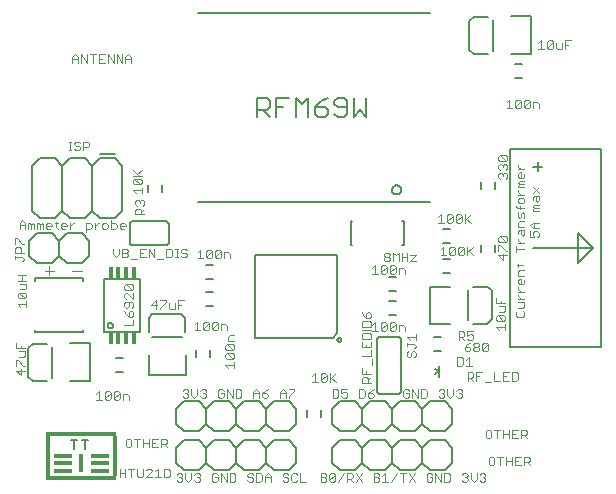
<source format=gto>
G75*
%MOIN*%
%OFA0B0*%
%FSLAX25Y25*%
%IPPOS*%
%LPD*%
%AMOC8*
5,1,8,0,0,1.08239X$1,22.5*
%
%ADD10C,0.00300*%
%ADD11R,0.06250X0.01250*%
%ADD12R,0.01250X0.06250*%
%ADD13C,0.00800*%
%ADD14R,0.23750X0.01250*%
%ADD15R,0.01400X0.13600*%
%ADD16C,0.00400*%
%ADD17C,0.00500*%
%ADD18C,0.00600*%
%ADD19R,0.01181X0.03937*%
D10*
X0037950Y0006450D02*
X0037950Y0009352D01*
X0037950Y0007901D02*
X0039885Y0007901D01*
X0039885Y0009352D02*
X0039885Y0006450D01*
X0041864Y0006450D02*
X0041864Y0009352D01*
X0040897Y0009352D02*
X0042831Y0009352D01*
X0043843Y0009352D02*
X0043843Y0006934D01*
X0044327Y0006450D01*
X0045294Y0006450D01*
X0045778Y0006934D01*
X0045778Y0009352D01*
X0046790Y0008869D02*
X0047273Y0009352D01*
X0048241Y0009352D01*
X0048725Y0008869D01*
X0048725Y0008385D01*
X0046790Y0006450D01*
X0048725Y0006450D01*
X0049736Y0006450D02*
X0051671Y0006450D01*
X0050704Y0006450D02*
X0050704Y0009352D01*
X0049736Y0008385D01*
X0052683Y0009352D02*
X0052683Y0006450D01*
X0054134Y0006450D01*
X0054618Y0006934D01*
X0054618Y0008869D01*
X0054134Y0009352D01*
X0052683Y0009352D01*
X0056950Y0007369D02*
X0057434Y0007852D01*
X0058401Y0007852D01*
X0058885Y0007369D01*
X0058885Y0006885D01*
X0058401Y0006401D01*
X0058885Y0005917D01*
X0058885Y0005434D01*
X0058401Y0004950D01*
X0057434Y0004950D01*
X0056950Y0005434D01*
X0057917Y0006401D02*
X0058401Y0006401D01*
X0059897Y0005917D02*
X0059897Y0007852D01*
X0061831Y0007852D02*
X0061831Y0005917D01*
X0060864Y0004950D01*
X0059897Y0005917D01*
X0062843Y0005434D02*
X0063327Y0004950D01*
X0064294Y0004950D01*
X0064778Y0005434D01*
X0064778Y0005917D01*
X0064294Y0006401D01*
X0063811Y0006401D01*
X0064294Y0006401D02*
X0064778Y0006885D01*
X0064778Y0007369D01*
X0064294Y0007852D01*
X0063327Y0007852D01*
X0062843Y0007369D01*
X0068736Y0007369D02*
X0068736Y0005434D01*
X0069220Y0004950D01*
X0070187Y0004950D01*
X0070671Y0005434D01*
X0070671Y0006401D01*
X0069704Y0006401D01*
X0070671Y0007369D02*
X0070187Y0007852D01*
X0069220Y0007852D01*
X0068736Y0007369D01*
X0071683Y0007852D02*
X0073618Y0004950D01*
X0073618Y0007852D01*
X0074629Y0007852D02*
X0076080Y0007852D01*
X0076564Y0007369D01*
X0076564Y0005434D01*
X0076080Y0004950D01*
X0074629Y0004950D01*
X0074629Y0007852D01*
X0071683Y0007852D02*
X0071683Y0004950D01*
X0080522Y0005434D02*
X0081006Y0004950D01*
X0081973Y0004950D01*
X0082457Y0005434D01*
X0082457Y0005917D01*
X0081973Y0006401D01*
X0081006Y0006401D01*
X0080522Y0006885D01*
X0080522Y0007369D01*
X0081006Y0007852D01*
X0081973Y0007852D01*
X0082457Y0007369D01*
X0083469Y0007852D02*
X0084920Y0007852D01*
X0085404Y0007369D01*
X0085404Y0005434D01*
X0084920Y0004950D01*
X0083469Y0004950D01*
X0083469Y0007852D01*
X0086415Y0006885D02*
X0087383Y0007852D01*
X0088350Y0006885D01*
X0088350Y0004950D01*
X0088350Y0006401D02*
X0086415Y0006401D01*
X0086415Y0006885D02*
X0086415Y0004950D01*
X0092308Y0005434D02*
X0092792Y0004950D01*
X0093759Y0004950D01*
X0094243Y0005434D01*
X0094243Y0005917D01*
X0093759Y0006401D01*
X0092792Y0006401D01*
X0092308Y0006885D01*
X0092308Y0007369D01*
X0092792Y0007852D01*
X0093759Y0007852D01*
X0094243Y0007369D01*
X0095255Y0007369D02*
X0095255Y0005434D01*
X0095738Y0004950D01*
X0096706Y0004950D01*
X0097190Y0005434D01*
X0098201Y0004950D02*
X0100136Y0004950D01*
X0098201Y0004950D02*
X0098201Y0007852D01*
X0097190Y0007369D02*
X0096706Y0007852D01*
X0095738Y0007852D01*
X0095255Y0007369D01*
X0104950Y0007852D02*
X0104950Y0004950D01*
X0106401Y0004950D01*
X0106885Y0005434D01*
X0106885Y0005917D01*
X0106401Y0006401D01*
X0104950Y0006401D01*
X0106401Y0006401D02*
X0106885Y0006885D01*
X0106885Y0007369D01*
X0106401Y0007852D01*
X0104950Y0007852D01*
X0107897Y0007369D02*
X0107897Y0005434D01*
X0109831Y0007369D01*
X0109831Y0005434D01*
X0109348Y0004950D01*
X0108380Y0004950D01*
X0107897Y0005434D01*
X0107897Y0007369D02*
X0108380Y0007852D01*
X0109348Y0007852D01*
X0109831Y0007369D01*
X0110843Y0004950D02*
X0112778Y0007852D01*
X0113790Y0007852D02*
X0115241Y0007852D01*
X0115725Y0007369D01*
X0115725Y0006401D01*
X0115241Y0005917D01*
X0113790Y0005917D01*
X0113790Y0004950D02*
X0113790Y0007852D01*
X0114757Y0005917D02*
X0115725Y0004950D01*
X0116736Y0004950D02*
X0118671Y0007852D01*
X0116736Y0007852D02*
X0118671Y0004950D01*
X0122629Y0004950D02*
X0122629Y0007852D01*
X0124080Y0007852D01*
X0124564Y0007369D01*
X0124564Y0006885D01*
X0124080Y0006401D01*
X0122629Y0006401D01*
X0122629Y0004950D02*
X0124080Y0004950D01*
X0124564Y0005434D01*
X0124564Y0005917D01*
X0124080Y0006401D01*
X0125576Y0006885D02*
X0126543Y0007852D01*
X0126543Y0004950D01*
X0125576Y0004950D02*
X0127511Y0004950D01*
X0128522Y0004950D02*
X0130457Y0007852D01*
X0131469Y0007852D02*
X0133404Y0007852D01*
X0132436Y0007852D02*
X0132436Y0004950D01*
X0134415Y0004950D02*
X0136350Y0007852D01*
X0134415Y0007852D02*
X0136350Y0004950D01*
X0140308Y0005434D02*
X0140308Y0007369D01*
X0140792Y0007852D01*
X0141759Y0007852D01*
X0142243Y0007369D01*
X0142243Y0006401D02*
X0141276Y0006401D01*
X0142243Y0006401D02*
X0142243Y0005434D01*
X0141759Y0004950D01*
X0140792Y0004950D01*
X0140308Y0005434D01*
X0143255Y0004950D02*
X0143255Y0007852D01*
X0145190Y0004950D01*
X0145190Y0007852D01*
X0146201Y0007852D02*
X0147652Y0007852D01*
X0148136Y0007369D01*
X0148136Y0005434D01*
X0147652Y0004950D01*
X0146201Y0004950D01*
X0146201Y0007852D01*
X0152094Y0007369D02*
X0152578Y0007852D01*
X0153546Y0007852D01*
X0154029Y0007369D01*
X0154029Y0006885D01*
X0153546Y0006401D01*
X0154029Y0005917D01*
X0154029Y0005434D01*
X0153546Y0004950D01*
X0152578Y0004950D01*
X0152094Y0005434D01*
X0153062Y0006401D02*
X0153546Y0006401D01*
X0155041Y0005917D02*
X0156008Y0004950D01*
X0156976Y0005917D01*
X0156976Y0007852D01*
X0157987Y0007369D02*
X0158471Y0007852D01*
X0159439Y0007852D01*
X0159922Y0007369D01*
X0159922Y0006885D01*
X0159439Y0006401D01*
X0159922Y0005917D01*
X0159922Y0005434D01*
X0159439Y0004950D01*
X0158471Y0004950D01*
X0157987Y0005434D01*
X0158955Y0006401D02*
X0159439Y0006401D01*
X0155041Y0005917D02*
X0155041Y0007852D01*
X0160950Y0010934D02*
X0160950Y0012869D01*
X0161434Y0013352D01*
X0162401Y0013352D01*
X0162885Y0012869D01*
X0162885Y0010934D01*
X0162401Y0010450D01*
X0161434Y0010450D01*
X0160950Y0010934D01*
X0163897Y0013352D02*
X0165831Y0013352D01*
X0164864Y0013352D02*
X0164864Y0010450D01*
X0166843Y0010450D02*
X0166843Y0013352D01*
X0166843Y0011901D02*
X0168778Y0011901D01*
X0169790Y0011901D02*
X0170757Y0011901D01*
X0169790Y0013352D02*
X0169790Y0010450D01*
X0171725Y0010450D01*
X0172736Y0010450D02*
X0172736Y0013352D01*
X0174187Y0013352D01*
X0174671Y0012869D01*
X0174671Y0011901D01*
X0174187Y0011417D01*
X0172736Y0011417D01*
X0173704Y0011417D02*
X0174671Y0010450D01*
X0171725Y0013352D02*
X0169790Y0013352D01*
X0168778Y0013352D02*
X0168778Y0010450D01*
X0168790Y0019450D02*
X0170725Y0019450D01*
X0171736Y0019450D02*
X0171736Y0022352D01*
X0173187Y0022352D01*
X0173671Y0021869D01*
X0173671Y0020901D01*
X0173187Y0020417D01*
X0171736Y0020417D01*
X0172704Y0020417D02*
X0173671Y0019450D01*
X0170725Y0022352D02*
X0168790Y0022352D01*
X0168790Y0019450D01*
X0167778Y0019450D02*
X0167778Y0022352D01*
X0167778Y0020901D02*
X0165843Y0020901D01*
X0165843Y0019450D02*
X0165843Y0022352D01*
X0164831Y0022352D02*
X0162897Y0022352D01*
X0163864Y0022352D02*
X0163864Y0019450D01*
X0161885Y0019934D02*
X0161885Y0021869D01*
X0161401Y0022352D01*
X0160434Y0022352D01*
X0159950Y0021869D01*
X0159950Y0019934D01*
X0160434Y0019450D01*
X0161401Y0019450D01*
X0161885Y0019934D01*
X0168790Y0020901D02*
X0169757Y0020901D01*
X0152136Y0033434D02*
X0151652Y0032950D01*
X0150685Y0032950D01*
X0150201Y0033434D01*
X0149190Y0033917D02*
X0149190Y0035852D01*
X0150201Y0035369D02*
X0150685Y0035852D01*
X0151652Y0035852D01*
X0152136Y0035369D01*
X0152136Y0034885D01*
X0151652Y0034401D01*
X0152136Y0033917D01*
X0152136Y0033434D01*
X0151652Y0034401D02*
X0151169Y0034401D01*
X0149190Y0033917D02*
X0148222Y0032950D01*
X0147255Y0033917D01*
X0147255Y0035852D01*
X0146243Y0035369D02*
X0146243Y0034885D01*
X0145759Y0034401D01*
X0146243Y0033917D01*
X0146243Y0033434D01*
X0145759Y0032950D01*
X0144792Y0032950D01*
X0144308Y0033434D01*
X0145276Y0034401D02*
X0145759Y0034401D01*
X0146243Y0035369D02*
X0145759Y0035852D01*
X0144792Y0035852D01*
X0144308Y0035369D01*
X0140350Y0035369D02*
X0140350Y0033434D01*
X0139866Y0032950D01*
X0138415Y0032950D01*
X0138415Y0035852D01*
X0139866Y0035852D01*
X0140350Y0035369D01*
X0137404Y0035852D02*
X0137404Y0032950D01*
X0135469Y0035852D01*
X0135469Y0032950D01*
X0134457Y0033434D02*
X0134457Y0034401D01*
X0133490Y0034401D01*
X0134457Y0033434D02*
X0133973Y0032950D01*
X0133006Y0032950D01*
X0132522Y0033434D01*
X0132522Y0035369D01*
X0133006Y0035852D01*
X0133973Y0035852D01*
X0134457Y0035369D01*
X0122671Y0035852D02*
X0121704Y0035369D01*
X0120736Y0034401D01*
X0122187Y0034401D01*
X0122671Y0033917D01*
X0122671Y0033434D01*
X0122187Y0032950D01*
X0121220Y0032950D01*
X0120736Y0033434D01*
X0120736Y0034401D01*
X0119725Y0033434D02*
X0119725Y0035369D01*
X0119241Y0035852D01*
X0117790Y0035852D01*
X0117790Y0032950D01*
X0119241Y0032950D01*
X0119725Y0033434D01*
X0120683Y0037950D02*
X0120683Y0039401D01*
X0120199Y0039885D01*
X0119231Y0039885D01*
X0118748Y0039401D01*
X0118748Y0037950D01*
X0121650Y0037950D01*
X0120683Y0038917D02*
X0121650Y0039885D01*
X0121650Y0040897D02*
X0118748Y0040897D01*
X0118748Y0042831D01*
X0120199Y0041864D02*
X0120199Y0040897D01*
X0122134Y0043843D02*
X0122134Y0045778D01*
X0121650Y0046790D02*
X0121650Y0048725D01*
X0121650Y0049736D02*
X0121650Y0051671D01*
X0121650Y0052683D02*
X0121650Y0054134D01*
X0121166Y0054618D01*
X0119231Y0054618D01*
X0118748Y0054134D01*
X0118748Y0052683D01*
X0121650Y0052683D01*
X0120199Y0050704D02*
X0120199Y0049736D01*
X0118748Y0049736D02*
X0121650Y0049736D01*
X0118748Y0049736D02*
X0118748Y0051671D01*
X0118748Y0055629D02*
X0121650Y0055629D01*
X0122164Y0055250D02*
X0124099Y0055250D01*
X0123131Y0055250D02*
X0123131Y0058152D01*
X0122164Y0057185D01*
X0121650Y0056611D02*
X0121650Y0058063D01*
X0121166Y0058546D01*
X0119231Y0058546D01*
X0118748Y0058063D01*
X0118748Y0056611D01*
X0121650Y0056611D01*
X0121166Y0059558D02*
X0120199Y0059558D01*
X0120199Y0061009D01*
X0120683Y0061493D01*
X0121166Y0061493D01*
X0121650Y0061009D01*
X0121650Y0060042D01*
X0121166Y0059558D01*
X0120199Y0059558D02*
X0119231Y0060525D01*
X0118748Y0061493D01*
X0125110Y0057669D02*
X0125110Y0055734D01*
X0127045Y0057669D01*
X0127045Y0055734D01*
X0126562Y0055250D01*
X0125594Y0055250D01*
X0125110Y0055734D01*
X0125110Y0057669D02*
X0125594Y0058152D01*
X0126562Y0058152D01*
X0127045Y0057669D01*
X0128057Y0057669D02*
X0128541Y0058152D01*
X0129508Y0058152D01*
X0129992Y0057669D01*
X0128057Y0055734D01*
X0128541Y0055250D01*
X0129508Y0055250D01*
X0129992Y0055734D01*
X0129992Y0057669D01*
X0131003Y0057185D02*
X0132455Y0057185D01*
X0132938Y0056701D01*
X0132938Y0055250D01*
X0131003Y0055250D02*
X0131003Y0057185D01*
X0128057Y0057669D02*
X0128057Y0055734D01*
X0133748Y0053311D02*
X0136650Y0053311D01*
X0136650Y0054278D02*
X0136650Y0052343D01*
X0136166Y0050848D02*
X0133748Y0050848D01*
X0133748Y0051331D02*
X0133748Y0050364D01*
X0134231Y0048385D02*
X0133748Y0047901D01*
X0133748Y0046934D01*
X0134231Y0046450D01*
X0134715Y0046450D01*
X0135199Y0046934D01*
X0135199Y0047901D01*
X0135683Y0048385D01*
X0136166Y0048385D01*
X0136650Y0047901D01*
X0136650Y0046934D01*
X0136166Y0046450D01*
X0136166Y0049397D02*
X0136650Y0049880D01*
X0136650Y0050364D01*
X0136166Y0050848D01*
X0134715Y0052343D02*
X0133748Y0053311D01*
X0121650Y0046790D02*
X0118748Y0046790D01*
X0109938Y0041152D02*
X0108003Y0039217D01*
X0108487Y0039701D02*
X0109938Y0038250D01*
X0108003Y0038250D02*
X0108003Y0041152D01*
X0106992Y0040669D02*
X0105057Y0038734D01*
X0105541Y0038250D01*
X0106508Y0038250D01*
X0106992Y0038734D01*
X0106992Y0040669D01*
X0106508Y0041152D01*
X0105541Y0041152D01*
X0105057Y0040669D01*
X0105057Y0038734D01*
X0104045Y0038250D02*
X0102110Y0038250D01*
X0103078Y0038250D02*
X0103078Y0041152D01*
X0102110Y0040185D01*
X0096243Y0035852D02*
X0096243Y0035369D01*
X0094308Y0033434D01*
X0094308Y0032950D01*
X0093297Y0032950D02*
X0093297Y0034885D01*
X0092329Y0035852D01*
X0091362Y0034885D01*
X0091362Y0032950D01*
X0091362Y0034401D02*
X0093297Y0034401D01*
X0094308Y0035852D02*
X0096243Y0035852D01*
X0087404Y0035852D02*
X0086436Y0035369D01*
X0085469Y0034401D01*
X0086920Y0034401D01*
X0087404Y0033917D01*
X0087404Y0033434D01*
X0086920Y0032950D01*
X0085952Y0032950D01*
X0085469Y0033434D01*
X0085469Y0034401D01*
X0084457Y0034401D02*
X0082522Y0034401D01*
X0082522Y0034885D02*
X0083490Y0035852D01*
X0084457Y0034885D01*
X0084457Y0032950D01*
X0082522Y0032950D02*
X0082522Y0034885D01*
X0078564Y0035369D02*
X0078564Y0033434D01*
X0078080Y0032950D01*
X0076629Y0032950D01*
X0076629Y0035852D01*
X0078080Y0035852D01*
X0078564Y0035369D01*
X0075618Y0035852D02*
X0075618Y0032950D01*
X0073683Y0035852D01*
X0073683Y0032950D01*
X0072671Y0033434D02*
X0072671Y0034401D01*
X0071704Y0034401D01*
X0072671Y0033434D02*
X0072187Y0032950D01*
X0071220Y0032950D01*
X0070736Y0033434D01*
X0070736Y0035369D01*
X0071220Y0035852D01*
X0072187Y0035852D01*
X0072671Y0035369D01*
X0066778Y0035369D02*
X0066778Y0034885D01*
X0066294Y0034401D01*
X0066778Y0033917D01*
X0066778Y0033434D01*
X0066294Y0032950D01*
X0065327Y0032950D01*
X0064843Y0033434D01*
X0063831Y0033917D02*
X0063831Y0035852D01*
X0064843Y0035369D02*
X0065327Y0035852D01*
X0066294Y0035852D01*
X0066778Y0035369D01*
X0066294Y0034401D02*
X0065811Y0034401D01*
X0063831Y0033917D02*
X0062864Y0032950D01*
X0061897Y0033917D01*
X0061897Y0035852D01*
X0060885Y0035369D02*
X0060885Y0034885D01*
X0060401Y0034401D01*
X0060885Y0033917D01*
X0060885Y0033434D01*
X0060401Y0032950D01*
X0059434Y0032950D01*
X0058950Y0033434D01*
X0059917Y0034401D02*
X0060401Y0034401D01*
X0060885Y0035369D02*
X0060401Y0035852D01*
X0059434Y0035852D01*
X0058950Y0035369D01*
X0073248Y0043917D02*
X0074215Y0042950D01*
X0073248Y0043917D02*
X0076150Y0043917D01*
X0076150Y0042950D02*
X0076150Y0044885D01*
X0075666Y0045897D02*
X0073731Y0045897D01*
X0073248Y0046380D01*
X0073248Y0047348D01*
X0073731Y0047831D01*
X0075666Y0045897D01*
X0076150Y0046380D01*
X0076150Y0047348D01*
X0075666Y0047831D01*
X0073731Y0047831D01*
X0073731Y0048843D02*
X0073248Y0049327D01*
X0073248Y0050294D01*
X0073731Y0050778D01*
X0075666Y0048843D01*
X0076150Y0049327D01*
X0076150Y0050294D01*
X0075666Y0050778D01*
X0073731Y0050778D01*
X0074215Y0051790D02*
X0074215Y0053241D01*
X0074699Y0053725D01*
X0076150Y0053725D01*
X0076150Y0051790D02*
X0074215Y0051790D01*
X0073731Y0048843D02*
X0075666Y0048843D01*
X0073725Y0055450D02*
X0073725Y0056901D01*
X0073241Y0057385D01*
X0071790Y0057385D01*
X0071790Y0055450D01*
X0070778Y0055934D02*
X0070294Y0055450D01*
X0069327Y0055450D01*
X0068843Y0055934D01*
X0070778Y0057869D01*
X0070778Y0055934D01*
X0070778Y0057869D02*
X0070294Y0058352D01*
X0069327Y0058352D01*
X0068843Y0057869D01*
X0068843Y0055934D01*
X0067831Y0055934D02*
X0067348Y0055450D01*
X0066380Y0055450D01*
X0065897Y0055934D01*
X0067831Y0057869D01*
X0067831Y0055934D01*
X0065897Y0055934D02*
X0065897Y0057869D01*
X0066380Y0058352D01*
X0067348Y0058352D01*
X0067831Y0057869D01*
X0064885Y0055450D02*
X0062950Y0055450D01*
X0063917Y0055450D02*
X0063917Y0058352D01*
X0062950Y0057385D01*
X0057397Y0062506D02*
X0057397Y0065408D01*
X0059332Y0065408D01*
X0058365Y0063957D02*
X0057397Y0063957D01*
X0056386Y0064441D02*
X0056386Y0062506D01*
X0054934Y0062506D01*
X0054451Y0062990D01*
X0054451Y0064441D01*
X0053439Y0064925D02*
X0051504Y0062990D01*
X0051504Y0062506D01*
X0050009Y0062506D02*
X0050009Y0065408D01*
X0048558Y0063957D01*
X0050493Y0063957D01*
X0051504Y0065408D02*
X0053439Y0065408D01*
X0053439Y0064925D01*
X0042461Y0064420D02*
X0042461Y0063453D01*
X0041977Y0062969D01*
X0041977Y0061957D02*
X0041494Y0061957D01*
X0041010Y0061474D01*
X0041010Y0060023D01*
X0041977Y0060023D01*
X0042461Y0060506D01*
X0042461Y0061474D01*
X0041977Y0061957D01*
X0040526Y0062969D02*
X0040042Y0062969D01*
X0039559Y0063453D01*
X0039559Y0064420D01*
X0040042Y0064904D01*
X0041977Y0064904D01*
X0042461Y0064420D01*
X0042461Y0065916D02*
X0040526Y0067851D01*
X0040042Y0067851D01*
X0039559Y0067367D01*
X0039559Y0066399D01*
X0040042Y0065916D01*
X0041010Y0064904D02*
X0041010Y0063453D01*
X0040526Y0062969D01*
X0039559Y0061957D02*
X0040042Y0060990D01*
X0041010Y0060023D01*
X0042461Y0059011D02*
X0042461Y0057076D01*
X0039559Y0057076D01*
X0042461Y0065916D02*
X0042461Y0067851D01*
X0041977Y0068862D02*
X0042461Y0069346D01*
X0042461Y0070313D01*
X0041977Y0070797D01*
X0040042Y0070797D01*
X0041977Y0068862D01*
X0040042Y0068862D01*
X0039559Y0069346D01*
X0039559Y0070313D01*
X0040042Y0070797D01*
X0041731Y0079266D02*
X0043666Y0079266D01*
X0044678Y0079750D02*
X0046613Y0079750D01*
X0047624Y0079750D02*
X0047624Y0082652D01*
X0049559Y0079750D01*
X0049559Y0082652D01*
X0046613Y0082652D02*
X0044678Y0082652D01*
X0044678Y0079750D01*
X0044678Y0081201D02*
X0045645Y0081201D01*
X0040720Y0080717D02*
X0040720Y0080234D01*
X0040236Y0079750D01*
X0038785Y0079750D01*
X0038785Y0082652D01*
X0040236Y0082652D01*
X0040720Y0082169D01*
X0040720Y0081685D01*
X0040236Y0081201D01*
X0038785Y0081201D01*
X0037773Y0080717D02*
X0037773Y0082652D01*
X0035838Y0082652D02*
X0035838Y0080717D01*
X0036806Y0079750D01*
X0037773Y0080717D01*
X0040236Y0081201D02*
X0040720Y0080717D01*
X0039455Y0089250D02*
X0038487Y0089250D01*
X0038003Y0089734D01*
X0038003Y0090701D01*
X0038487Y0091185D01*
X0039455Y0091185D01*
X0039938Y0090701D01*
X0039938Y0090217D01*
X0038003Y0090217D01*
X0036992Y0089734D02*
X0036992Y0090701D01*
X0036508Y0091185D01*
X0035057Y0091185D01*
X0035057Y0092152D02*
X0035057Y0089250D01*
X0036508Y0089250D01*
X0036992Y0089734D01*
X0034045Y0089734D02*
X0033562Y0089250D01*
X0032594Y0089250D01*
X0032110Y0089734D01*
X0032110Y0090701D01*
X0032594Y0091185D01*
X0033562Y0091185D01*
X0034045Y0090701D01*
X0034045Y0089734D01*
X0031106Y0091185D02*
X0030622Y0091185D01*
X0029655Y0090217D01*
X0029655Y0089250D02*
X0029655Y0091185D01*
X0028643Y0090701D02*
X0028643Y0089734D01*
X0028160Y0089250D01*
X0026708Y0089250D01*
X0026708Y0088283D02*
X0026708Y0091185D01*
X0028160Y0091185D01*
X0028643Y0090701D01*
X0022758Y0091185D02*
X0022274Y0091185D01*
X0021307Y0090217D01*
X0021307Y0089250D02*
X0021307Y0091185D01*
X0020295Y0090701D02*
X0020295Y0090217D01*
X0018360Y0090217D01*
X0018360Y0089734D02*
X0018360Y0090701D01*
X0018844Y0091185D01*
X0019811Y0091185D01*
X0020295Y0090701D01*
X0019811Y0089250D02*
X0018844Y0089250D01*
X0018360Y0089734D01*
X0017363Y0089250D02*
X0016879Y0089734D01*
X0016879Y0091669D01*
X0016396Y0091185D02*
X0017363Y0091185D01*
X0015384Y0090701D02*
X0015384Y0090217D01*
X0013449Y0090217D01*
X0013449Y0089734D02*
X0013449Y0090701D01*
X0013933Y0091185D01*
X0014900Y0091185D01*
X0015384Y0090701D01*
X0014900Y0089250D02*
X0013933Y0089250D01*
X0013449Y0089734D01*
X0012438Y0089250D02*
X0012438Y0090701D01*
X0011954Y0091185D01*
X0011470Y0090701D01*
X0011470Y0089250D01*
X0010503Y0089250D02*
X0010503Y0091185D01*
X0010986Y0091185D01*
X0011470Y0090701D01*
X0009491Y0090701D02*
X0009491Y0089250D01*
X0008524Y0089250D02*
X0008524Y0090701D01*
X0009007Y0091185D01*
X0009491Y0090701D01*
X0008524Y0090701D02*
X0008040Y0091185D01*
X0007556Y0091185D01*
X0007556Y0089250D01*
X0006545Y0089250D02*
X0006545Y0091185D01*
X0005577Y0092152D01*
X0004610Y0091185D01*
X0004610Y0089250D01*
X0004610Y0090701D02*
X0006545Y0090701D01*
X0003631Y0086238D02*
X0005566Y0084303D01*
X0006050Y0084303D01*
X0004599Y0083292D02*
X0005083Y0082808D01*
X0005083Y0081357D01*
X0006050Y0081357D02*
X0003148Y0081357D01*
X0003148Y0082808D01*
X0003631Y0083292D01*
X0004599Y0083292D01*
X0003148Y0084303D02*
X0003148Y0086238D01*
X0003631Y0086238D01*
X0003148Y0080345D02*
X0003148Y0079378D01*
X0003148Y0079862D02*
X0005566Y0079862D01*
X0006050Y0079378D01*
X0006050Y0078894D01*
X0005566Y0078410D01*
X0005399Y0073938D02*
X0005399Y0072003D01*
X0004915Y0070992D02*
X0006850Y0070992D01*
X0006850Y0069541D01*
X0006366Y0069057D01*
X0004915Y0069057D01*
X0004431Y0068045D02*
X0006366Y0066110D01*
X0006850Y0066594D01*
X0006850Y0067562D01*
X0006366Y0068045D01*
X0004431Y0068045D01*
X0003948Y0067562D01*
X0003948Y0066594D01*
X0004431Y0066110D01*
X0006366Y0066110D01*
X0006850Y0065099D02*
X0006850Y0063164D01*
X0006850Y0064131D02*
X0003948Y0064131D01*
X0004915Y0063164D01*
X0003948Y0072003D02*
X0006850Y0072003D01*
X0006850Y0073938D02*
X0003948Y0073938D01*
X0003503Y0051331D02*
X0003503Y0049396D01*
X0006406Y0049396D01*
X0006406Y0048384D02*
X0004471Y0048384D01*
X0004955Y0049396D02*
X0004955Y0050363D01*
X0006406Y0048384D02*
X0006406Y0046933D01*
X0005922Y0046449D01*
X0004471Y0046449D01*
X0003987Y0045438D02*
X0005922Y0043503D01*
X0006406Y0043503D01*
X0006406Y0042008D02*
X0003503Y0042008D01*
X0004955Y0040556D01*
X0004955Y0042491D01*
X0003503Y0043503D02*
X0003503Y0045438D01*
X0003987Y0045438D01*
X0030164Y0034185D02*
X0031131Y0035152D01*
X0031131Y0032250D01*
X0030164Y0032250D02*
X0032099Y0032250D01*
X0033110Y0032734D02*
X0033110Y0034669D01*
X0033594Y0035152D01*
X0034562Y0035152D01*
X0035045Y0034669D01*
X0033110Y0032734D01*
X0033594Y0032250D01*
X0034562Y0032250D01*
X0035045Y0032734D01*
X0035045Y0034669D01*
X0036057Y0034669D02*
X0036541Y0035152D01*
X0037508Y0035152D01*
X0037992Y0034669D01*
X0036057Y0032734D01*
X0036541Y0032250D01*
X0037508Y0032250D01*
X0037992Y0032734D01*
X0037992Y0034669D01*
X0039003Y0034185D02*
X0039003Y0032250D01*
X0039003Y0034185D02*
X0040455Y0034185D01*
X0040938Y0033701D01*
X0040938Y0032250D01*
X0036057Y0032734D02*
X0036057Y0034669D01*
X0040434Y0019352D02*
X0039950Y0018869D01*
X0039950Y0016934D01*
X0040434Y0016450D01*
X0041401Y0016450D01*
X0041885Y0016934D01*
X0041885Y0018869D01*
X0041401Y0019352D01*
X0040434Y0019352D01*
X0042897Y0019352D02*
X0044831Y0019352D01*
X0043864Y0019352D02*
X0043864Y0016450D01*
X0045843Y0016450D02*
X0045843Y0019352D01*
X0045843Y0017901D02*
X0047778Y0017901D01*
X0048790Y0017901D02*
X0049757Y0017901D01*
X0048790Y0016450D02*
X0050725Y0016450D01*
X0051736Y0016450D02*
X0051736Y0019352D01*
X0053187Y0019352D01*
X0053671Y0018869D01*
X0053671Y0017901D01*
X0053187Y0017417D01*
X0051736Y0017417D01*
X0052704Y0017417D02*
X0053671Y0016450D01*
X0050725Y0019352D02*
X0048790Y0019352D01*
X0048790Y0016450D01*
X0047778Y0016450D02*
X0047778Y0019352D01*
X0108950Y0032950D02*
X0110401Y0032950D01*
X0110885Y0033434D01*
X0110885Y0035369D01*
X0110401Y0035852D01*
X0108950Y0035852D01*
X0108950Y0032950D01*
X0111897Y0033434D02*
X0112380Y0032950D01*
X0113348Y0032950D01*
X0113831Y0033434D01*
X0113831Y0034401D01*
X0113348Y0034885D01*
X0112864Y0034885D01*
X0111897Y0034401D01*
X0111897Y0035852D01*
X0113831Y0035852D01*
X0150450Y0043700D02*
X0151901Y0043700D01*
X0152385Y0044184D01*
X0152385Y0046119D01*
X0151901Y0046602D01*
X0150450Y0046602D01*
X0150450Y0043700D01*
X0153397Y0043700D02*
X0155331Y0043700D01*
X0154364Y0043700D02*
X0154364Y0046602D01*
X0153397Y0045635D01*
X0153434Y0048450D02*
X0154401Y0048450D01*
X0154885Y0048934D01*
X0154885Y0049417D01*
X0154401Y0049901D01*
X0152950Y0049901D01*
X0152950Y0048934D01*
X0153434Y0048450D01*
X0152950Y0049901D02*
X0153917Y0050869D01*
X0154885Y0051352D01*
X0155348Y0052200D02*
X0154380Y0052200D01*
X0153897Y0052684D01*
X0153897Y0053651D02*
X0154864Y0054135D01*
X0155348Y0054135D01*
X0155831Y0053651D01*
X0155831Y0052684D01*
X0155348Y0052200D01*
X0156380Y0051352D02*
X0157348Y0051352D01*
X0157831Y0050869D01*
X0157831Y0050385D01*
X0157348Y0049901D01*
X0156380Y0049901D01*
X0155897Y0050385D01*
X0155897Y0050869D01*
X0156380Y0051352D01*
X0156380Y0049901D02*
X0155897Y0049417D01*
X0155897Y0048934D01*
X0156380Y0048450D01*
X0157348Y0048450D01*
X0157831Y0048934D01*
X0157831Y0049417D01*
X0157348Y0049901D01*
X0158843Y0048934D02*
X0160778Y0050869D01*
X0160778Y0048934D01*
X0160294Y0048450D01*
X0159327Y0048450D01*
X0158843Y0048934D01*
X0158843Y0050869D01*
X0159327Y0051352D01*
X0160294Y0051352D01*
X0160778Y0050869D01*
X0164471Y0055556D02*
X0163503Y0056524D01*
X0166406Y0056524D01*
X0166406Y0057491D02*
X0166406Y0055556D01*
X0165922Y0058503D02*
X0163987Y0058503D01*
X0163503Y0058987D01*
X0163503Y0059954D01*
X0163987Y0060438D01*
X0165922Y0058503D01*
X0166406Y0058987D01*
X0166406Y0059954D01*
X0165922Y0060438D01*
X0163987Y0060438D01*
X0164471Y0061449D02*
X0165922Y0061449D01*
X0166406Y0061933D01*
X0166406Y0063384D01*
X0164471Y0063384D01*
X0164955Y0064396D02*
X0164955Y0065363D01*
X0166406Y0064396D02*
X0163503Y0064396D01*
X0163503Y0066331D01*
X0170915Y0066811D02*
X0170915Y0067294D01*
X0170915Y0066811D02*
X0171883Y0065843D01*
X0172850Y0065843D02*
X0170915Y0065843D01*
X0170915Y0064831D02*
X0172850Y0064831D01*
X0172850Y0063380D01*
X0172366Y0062897D01*
X0170915Y0062897D01*
X0170431Y0061885D02*
X0169948Y0061401D01*
X0169948Y0060434D01*
X0170431Y0059950D01*
X0172366Y0059950D01*
X0172850Y0060434D01*
X0172850Y0061401D01*
X0172366Y0061885D01*
X0171883Y0068298D02*
X0170915Y0069266D01*
X0170915Y0069750D01*
X0171399Y0070754D02*
X0170915Y0071238D01*
X0170915Y0072205D01*
X0171399Y0072689D01*
X0171883Y0072689D01*
X0171883Y0070754D01*
X0172366Y0070754D02*
X0171399Y0070754D01*
X0172366Y0070754D02*
X0172850Y0071238D01*
X0172850Y0072205D01*
X0172850Y0073700D02*
X0170915Y0073700D01*
X0170915Y0075152D01*
X0171399Y0075635D01*
X0172850Y0075635D01*
X0172366Y0077131D02*
X0170431Y0077131D01*
X0170915Y0077614D02*
X0170915Y0076647D01*
X0172366Y0077131D02*
X0172850Y0077614D01*
X0169948Y0081558D02*
X0169948Y0083493D01*
X0169948Y0082525D02*
X0172850Y0082525D01*
X0172850Y0084504D02*
X0170915Y0084504D01*
X0171883Y0084504D02*
X0170915Y0085472D01*
X0170915Y0085956D01*
X0170915Y0087443D02*
X0170915Y0088411D01*
X0171399Y0088895D01*
X0172850Y0088895D01*
X0172850Y0087443D01*
X0172366Y0086960D01*
X0171883Y0087443D01*
X0171883Y0088895D01*
X0172850Y0089906D02*
X0170915Y0089906D01*
X0170915Y0091357D01*
X0171399Y0091841D01*
X0172850Y0091841D01*
X0172850Y0092853D02*
X0172850Y0094304D01*
X0172366Y0094788D01*
X0171883Y0094304D01*
X0171883Y0093337D01*
X0171399Y0092853D01*
X0170915Y0093337D01*
X0170915Y0094788D01*
X0171399Y0095799D02*
X0171399Y0096767D01*
X0171399Y0097764D02*
X0172366Y0097764D01*
X0172850Y0098247D01*
X0172850Y0099215D01*
X0172366Y0099699D01*
X0171399Y0099699D01*
X0170915Y0099215D01*
X0170915Y0098247D01*
X0171399Y0097764D01*
X0169948Y0096767D02*
X0170431Y0096283D01*
X0172850Y0096283D01*
X0175715Y0096759D02*
X0176199Y0097243D01*
X0177650Y0097243D01*
X0177650Y0096276D02*
X0176199Y0096276D01*
X0175715Y0096759D01*
X0176199Y0096276D02*
X0175715Y0095792D01*
X0175715Y0095308D01*
X0177650Y0095308D01*
X0177166Y0098255D02*
X0176683Y0098738D01*
X0176683Y0100190D01*
X0176199Y0100190D02*
X0177650Y0100190D01*
X0177650Y0098738D01*
X0177166Y0098255D01*
X0175715Y0098738D02*
X0175715Y0099706D01*
X0176199Y0100190D01*
X0175715Y0101201D02*
X0177650Y0103136D01*
X0177650Y0101201D02*
X0175715Y0103136D01*
X0172850Y0103166D02*
X0170915Y0103166D01*
X0170915Y0103649D01*
X0171399Y0104133D01*
X0170915Y0104617D01*
X0171399Y0105101D01*
X0172850Y0105101D01*
X0172850Y0104133D02*
X0171399Y0104133D01*
X0171399Y0106112D02*
X0170915Y0106596D01*
X0170915Y0107563D01*
X0171399Y0108047D01*
X0171883Y0108047D01*
X0171883Y0106112D01*
X0172366Y0106112D02*
X0171399Y0106112D01*
X0172366Y0106112D02*
X0172850Y0106596D01*
X0172850Y0107563D01*
X0172850Y0109059D02*
X0170915Y0109059D01*
X0170915Y0110026D02*
X0170915Y0110510D01*
X0170915Y0110026D02*
X0171883Y0109059D01*
X0167150Y0109380D02*
X0166666Y0108897D01*
X0167150Y0109380D02*
X0167150Y0110348D01*
X0166666Y0110831D01*
X0166183Y0110831D01*
X0165699Y0110348D01*
X0165699Y0109864D01*
X0165699Y0110348D02*
X0165215Y0110831D01*
X0164731Y0110831D01*
X0164248Y0110348D01*
X0164248Y0109380D01*
X0164731Y0108897D01*
X0164731Y0107885D02*
X0165215Y0107885D01*
X0165699Y0107401D01*
X0166183Y0107885D01*
X0166666Y0107885D01*
X0167150Y0107401D01*
X0167150Y0106434D01*
X0166666Y0105950D01*
X0165699Y0106917D02*
X0165699Y0107401D01*
X0164731Y0107885D02*
X0164248Y0107401D01*
X0164248Y0106434D01*
X0164731Y0105950D01*
X0170915Y0102161D02*
X0170915Y0101678D01*
X0171883Y0100710D01*
X0172850Y0100710D02*
X0170915Y0100710D01*
X0175715Y0091350D02*
X0177650Y0091350D01*
X0176199Y0091350D02*
X0176199Y0089415D01*
X0175715Y0089415D02*
X0174748Y0090383D01*
X0175715Y0091350D01*
X0175715Y0089415D02*
X0177650Y0089415D01*
X0177166Y0088404D02*
X0177650Y0087920D01*
X0177650Y0086952D01*
X0177166Y0086469D01*
X0176199Y0086469D02*
X0175715Y0087436D01*
X0175715Y0087920D01*
X0176199Y0088404D01*
X0177166Y0088404D01*
X0176199Y0086469D02*
X0174748Y0086469D01*
X0174748Y0088404D01*
X0167150Y0086294D02*
X0167150Y0085327D01*
X0166666Y0084843D01*
X0164731Y0086778D01*
X0166666Y0086778D01*
X0167150Y0086294D01*
X0166666Y0084843D02*
X0164731Y0084843D01*
X0164248Y0085327D01*
X0164248Y0086294D01*
X0164731Y0086778D01*
X0164731Y0083831D02*
X0166666Y0081897D01*
X0167150Y0081897D01*
X0167150Y0080401D02*
X0164248Y0080401D01*
X0165699Y0078950D01*
X0165699Y0080885D01*
X0164248Y0081897D02*
X0164248Y0083831D01*
X0164731Y0083831D01*
X0155725Y0083352D02*
X0153790Y0081417D01*
X0154273Y0081901D02*
X0155725Y0080450D01*
X0153790Y0080450D02*
X0153790Y0083352D01*
X0152778Y0082869D02*
X0152778Y0080934D01*
X0152294Y0080450D01*
X0151327Y0080450D01*
X0150843Y0080934D01*
X0152778Y0082869D01*
X0152294Y0083352D01*
X0151327Y0083352D01*
X0150843Y0082869D01*
X0150843Y0080934D01*
X0149831Y0080934D02*
X0149348Y0080450D01*
X0148380Y0080450D01*
X0147897Y0080934D01*
X0149831Y0082869D01*
X0149831Y0080934D01*
X0147897Y0080934D02*
X0147897Y0082869D01*
X0148380Y0083352D01*
X0149348Y0083352D01*
X0149831Y0082869D01*
X0146885Y0080450D02*
X0144950Y0080450D01*
X0145917Y0080450D02*
X0145917Y0083352D01*
X0144950Y0082385D01*
X0136851Y0080405D02*
X0134916Y0078470D01*
X0136851Y0078470D01*
X0136851Y0080405D02*
X0134916Y0080405D01*
X0133904Y0079921D02*
X0131969Y0079921D01*
X0131969Y0078470D02*
X0131969Y0081372D01*
X0130957Y0081372D02*
X0129990Y0080405D01*
X0129023Y0081372D01*
X0129023Y0078470D01*
X0128011Y0078953D02*
X0127527Y0078470D01*
X0126560Y0078470D01*
X0126076Y0078953D01*
X0126076Y0079437D01*
X0126560Y0079921D01*
X0127527Y0079921D01*
X0128011Y0079437D01*
X0128011Y0078953D01*
X0127527Y0079921D02*
X0128011Y0080405D01*
X0128011Y0080888D01*
X0127527Y0081372D01*
X0126560Y0081372D01*
X0126076Y0080888D01*
X0126076Y0080405D01*
X0126560Y0079921D01*
X0126562Y0077152D02*
X0127045Y0076669D01*
X0125110Y0074734D01*
X0125594Y0074250D01*
X0126562Y0074250D01*
X0127045Y0074734D01*
X0127045Y0076669D01*
X0126562Y0077152D02*
X0125594Y0077152D01*
X0125110Y0076669D01*
X0125110Y0074734D01*
X0124099Y0074250D02*
X0122164Y0074250D01*
X0123131Y0074250D02*
X0123131Y0077152D01*
X0122164Y0076185D01*
X0128057Y0076669D02*
X0128057Y0074734D01*
X0129992Y0076669D01*
X0129992Y0074734D01*
X0129508Y0074250D01*
X0128541Y0074250D01*
X0128057Y0074734D01*
X0128057Y0076669D02*
X0128541Y0077152D01*
X0129508Y0077152D01*
X0129992Y0076669D01*
X0131003Y0076185D02*
X0132455Y0076185D01*
X0132938Y0075701D01*
X0132938Y0074250D01*
X0131003Y0074250D02*
X0131003Y0076185D01*
X0130957Y0078470D02*
X0130957Y0081372D01*
X0133904Y0081372D02*
X0133904Y0078470D01*
X0144164Y0091250D02*
X0146099Y0091250D01*
X0145131Y0091250D02*
X0145131Y0094152D01*
X0144164Y0093185D01*
X0147110Y0093669D02*
X0147110Y0091734D01*
X0149045Y0093669D01*
X0149045Y0091734D01*
X0148562Y0091250D01*
X0147594Y0091250D01*
X0147110Y0091734D01*
X0147110Y0093669D02*
X0147594Y0094152D01*
X0148562Y0094152D01*
X0149045Y0093669D01*
X0150057Y0093669D02*
X0150057Y0091734D01*
X0151992Y0093669D01*
X0151992Y0091734D01*
X0151508Y0091250D01*
X0150541Y0091250D01*
X0150057Y0091734D01*
X0150057Y0093669D02*
X0150541Y0094152D01*
X0151508Y0094152D01*
X0151992Y0093669D01*
X0153003Y0094152D02*
X0153003Y0091250D01*
X0153003Y0092217D02*
X0154938Y0094152D01*
X0153487Y0092701D02*
X0154938Y0091250D01*
X0164731Y0111843D02*
X0164248Y0112327D01*
X0164248Y0113294D01*
X0164731Y0113778D01*
X0166666Y0111843D01*
X0167150Y0112327D01*
X0167150Y0113294D01*
X0166666Y0113778D01*
X0164731Y0113778D01*
X0164731Y0111843D02*
X0166666Y0111843D01*
X0166950Y0129450D02*
X0168885Y0129450D01*
X0167917Y0129450D02*
X0167917Y0132352D01*
X0166950Y0131385D01*
X0169897Y0131869D02*
X0169897Y0129934D01*
X0171831Y0131869D01*
X0171831Y0129934D01*
X0171348Y0129450D01*
X0170380Y0129450D01*
X0169897Y0129934D01*
X0169897Y0131869D02*
X0170380Y0132352D01*
X0171348Y0132352D01*
X0171831Y0131869D01*
X0172843Y0131869D02*
X0173327Y0132352D01*
X0174294Y0132352D01*
X0174778Y0131869D01*
X0172843Y0129934D01*
X0173327Y0129450D01*
X0174294Y0129450D01*
X0174778Y0129934D01*
X0174778Y0131869D01*
X0175790Y0131385D02*
X0177241Y0131385D01*
X0177725Y0130901D01*
X0177725Y0129450D01*
X0175790Y0129450D02*
X0175790Y0131385D01*
X0172843Y0131869D02*
X0172843Y0129934D01*
X0177556Y0149194D02*
X0179491Y0149194D01*
X0178524Y0149194D02*
X0178524Y0152097D01*
X0177556Y0151129D01*
X0180503Y0151613D02*
X0180503Y0149678D01*
X0182438Y0151613D01*
X0182438Y0149678D01*
X0181954Y0149194D01*
X0180987Y0149194D01*
X0180503Y0149678D01*
X0180503Y0151613D02*
X0180987Y0152097D01*
X0181954Y0152097D01*
X0182438Y0151613D01*
X0183449Y0151129D02*
X0183449Y0149678D01*
X0183933Y0149194D01*
X0185384Y0149194D01*
X0185384Y0151129D01*
X0186396Y0150645D02*
X0187363Y0150645D01*
X0186396Y0149194D02*
X0186396Y0152097D01*
X0188331Y0152097D01*
X0172850Y0068298D02*
X0170915Y0068298D01*
X0155831Y0055102D02*
X0153897Y0055102D01*
X0153897Y0053651D01*
X0152885Y0053651D02*
X0152885Y0054619D01*
X0152401Y0055102D01*
X0150950Y0055102D01*
X0150950Y0052200D01*
X0150950Y0053167D02*
X0152401Y0053167D01*
X0152885Y0053651D01*
X0151917Y0053167D02*
X0152885Y0052200D01*
X0153950Y0041602D02*
X0155401Y0041602D01*
X0155885Y0041119D01*
X0155885Y0040151D01*
X0155401Y0039667D01*
X0153950Y0039667D01*
X0153950Y0038700D02*
X0153950Y0041602D01*
X0154917Y0039667D02*
X0155885Y0038700D01*
X0156897Y0038700D02*
X0156897Y0041602D01*
X0158831Y0041602D01*
X0157864Y0040151D02*
X0156897Y0040151D01*
X0159843Y0038216D02*
X0161778Y0038216D01*
X0162790Y0038700D02*
X0164725Y0038700D01*
X0165736Y0038700D02*
X0167671Y0038700D01*
X0168683Y0038700D02*
X0170134Y0038700D01*
X0170618Y0039184D01*
X0170618Y0041119D01*
X0170134Y0041602D01*
X0168683Y0041602D01*
X0168683Y0038700D01*
X0166704Y0040151D02*
X0165736Y0040151D01*
X0165736Y0041602D02*
X0165736Y0038700D01*
X0165736Y0041602D02*
X0167671Y0041602D01*
X0162790Y0041602D02*
X0162790Y0038700D01*
X0074725Y0079450D02*
X0074725Y0080901D01*
X0074241Y0081385D01*
X0072790Y0081385D01*
X0072790Y0079450D01*
X0071778Y0079934D02*
X0071778Y0081869D01*
X0069843Y0079934D01*
X0070327Y0079450D01*
X0071294Y0079450D01*
X0071778Y0079934D01*
X0071778Y0081869D02*
X0071294Y0082352D01*
X0070327Y0082352D01*
X0069843Y0081869D01*
X0069843Y0079934D01*
X0068831Y0079934D02*
X0068348Y0079450D01*
X0067380Y0079450D01*
X0066897Y0079934D01*
X0068831Y0081869D01*
X0068831Y0079934D01*
X0066897Y0079934D02*
X0066897Y0081869D01*
X0067380Y0082352D01*
X0068348Y0082352D01*
X0068831Y0081869D01*
X0065885Y0079450D02*
X0063950Y0079450D01*
X0064917Y0079450D02*
X0064917Y0082352D01*
X0063950Y0081385D01*
X0060363Y0080717D02*
X0060363Y0080234D01*
X0059880Y0079750D01*
X0058912Y0079750D01*
X0058428Y0080234D01*
X0058912Y0081201D02*
X0058428Y0081685D01*
X0058428Y0082169D01*
X0058912Y0082652D01*
X0059880Y0082652D01*
X0060363Y0082169D01*
X0059880Y0081201D02*
X0060363Y0080717D01*
X0059880Y0081201D02*
X0058912Y0081201D01*
X0057431Y0079750D02*
X0056464Y0079750D01*
X0056948Y0079750D02*
X0056948Y0082652D01*
X0057431Y0082652D02*
X0056464Y0082652D01*
X0055452Y0082169D02*
X0054969Y0082652D01*
X0053517Y0082652D01*
X0053517Y0079750D01*
X0054969Y0079750D01*
X0055452Y0080234D01*
X0055452Y0082169D01*
X0052506Y0079266D02*
X0050571Y0079266D01*
X0046100Y0094057D02*
X0043198Y0094057D01*
X0043198Y0095508D01*
X0043681Y0095992D01*
X0044649Y0095992D01*
X0045133Y0095508D01*
X0045133Y0094057D01*
X0045133Y0095024D02*
X0046100Y0095992D01*
X0045616Y0097003D02*
X0046100Y0097487D01*
X0046100Y0098455D01*
X0045616Y0098938D01*
X0045133Y0098938D01*
X0044649Y0098455D01*
X0044649Y0097971D01*
X0044649Y0098455D02*
X0044165Y0098938D01*
X0043681Y0098938D01*
X0043198Y0098455D01*
X0043198Y0097487D01*
X0043681Y0097003D01*
X0043415Y0101110D02*
X0042448Y0102078D01*
X0045350Y0102078D01*
X0045350Y0103045D02*
X0045350Y0101110D01*
X0044866Y0104057D02*
X0042931Y0104057D01*
X0042448Y0104541D01*
X0042448Y0105508D01*
X0042931Y0105992D01*
X0044866Y0104057D01*
X0045350Y0104541D01*
X0045350Y0105508D01*
X0044866Y0105992D01*
X0042931Y0105992D01*
X0042448Y0107003D02*
X0045350Y0107003D01*
X0044383Y0107003D02*
X0042448Y0108938D01*
X0043899Y0107487D02*
X0045350Y0108938D01*
X0027796Y0116901D02*
X0027312Y0116417D01*
X0025861Y0116417D01*
X0025861Y0115450D02*
X0025861Y0118352D01*
X0027312Y0118352D01*
X0027796Y0117869D01*
X0027796Y0116901D01*
X0024849Y0116417D02*
X0024849Y0115934D01*
X0024366Y0115450D01*
X0023398Y0115450D01*
X0022914Y0115934D01*
X0023398Y0116901D02*
X0024366Y0116901D01*
X0024849Y0116417D01*
X0024849Y0117869D02*
X0024366Y0118352D01*
X0023398Y0118352D01*
X0022914Y0117869D01*
X0022914Y0117385D01*
X0023398Y0116901D01*
X0021917Y0115450D02*
X0020950Y0115450D01*
X0021434Y0115450D02*
X0021434Y0118352D01*
X0021917Y0118352D02*
X0020950Y0118352D01*
X0022230Y0144561D02*
X0022230Y0146496D01*
X0023197Y0147463D01*
X0024165Y0146496D01*
X0024165Y0144561D01*
X0025176Y0144561D02*
X0025176Y0147463D01*
X0027111Y0144561D01*
X0027111Y0147463D01*
X0028123Y0147463D02*
X0030058Y0147463D01*
X0029090Y0147463D02*
X0029090Y0144561D01*
X0031069Y0144561D02*
X0033004Y0144561D01*
X0034016Y0144561D02*
X0034016Y0147463D01*
X0035951Y0144561D01*
X0035951Y0147463D01*
X0036962Y0147463D02*
X0038897Y0144561D01*
X0038897Y0147463D01*
X0039909Y0146496D02*
X0040876Y0147463D01*
X0041844Y0146496D01*
X0041844Y0144561D01*
X0041844Y0146012D02*
X0039909Y0146012D01*
X0039909Y0146496D02*
X0039909Y0144561D01*
X0036962Y0144561D02*
X0036962Y0147463D01*
X0033004Y0147463D02*
X0031069Y0147463D01*
X0031069Y0144561D01*
X0031069Y0146012D02*
X0032037Y0146012D01*
X0024165Y0146012D02*
X0022230Y0146012D01*
D11*
X0018975Y0013625D03*
X0018975Y0011125D03*
X0018975Y0008625D03*
X0031475Y0008625D03*
X0031475Y0011125D03*
X0031475Y0013625D03*
D12*
X0025225Y0011125D03*
D13*
X0026401Y0015750D02*
X0026401Y0018953D01*
X0027468Y0018953D02*
X0025333Y0018953D01*
X0023785Y0018953D02*
X0021650Y0018953D01*
X0022718Y0018953D02*
X0022718Y0015750D01*
X0021343Y0038698D02*
X0028036Y0038698D01*
X0028036Y0051099D01*
X0021343Y0051099D01*
X0015402Y0049863D02*
X0015402Y0039639D01*
X0013863Y0038698D02*
X0009139Y0038698D01*
X0013863Y0038698D01*
X0009139Y0038698D02*
X0007564Y0039879D01*
X0007564Y0049524D01*
X0009139Y0050902D01*
X0013863Y0050902D01*
X0047698Y0047257D02*
X0047698Y0040564D01*
X0060099Y0040564D01*
X0060099Y0047257D01*
X0058863Y0053198D02*
X0048639Y0053198D01*
X0047698Y0054737D02*
X0047698Y0059461D01*
X0047698Y0054737D01*
X0047698Y0059461D02*
X0048879Y0061036D01*
X0058524Y0061036D01*
X0059902Y0059461D01*
X0059902Y0054737D01*
X0083001Y0053001D02*
X0109202Y0053001D01*
X0110599Y0054398D01*
X0110599Y0080599D01*
X0114942Y0083863D02*
X0115532Y0083863D01*
X0114942Y0083863D02*
X0114942Y0091737D01*
X0115532Y0091737D01*
X0132068Y0091737D02*
X0132658Y0091737D01*
X0132658Y0083863D01*
X0132068Y0083863D01*
X0141564Y0069902D02*
X0148257Y0069902D01*
X0154198Y0068961D02*
X0154198Y0058737D01*
X0155737Y0057698D02*
X0160461Y0057698D01*
X0162036Y0059076D01*
X0162036Y0068721D01*
X0160461Y0069902D01*
X0155737Y0069902D01*
X0160461Y0069902D01*
X0148257Y0057501D02*
X0141564Y0057501D01*
X0141564Y0069902D01*
X0110600Y0052300D02*
X0110602Y0052349D01*
X0110608Y0052397D01*
X0110618Y0052445D01*
X0110632Y0052492D01*
X0110649Y0052538D01*
X0110670Y0052582D01*
X0110695Y0052624D01*
X0110723Y0052664D01*
X0110755Y0052702D01*
X0110789Y0052737D01*
X0110826Y0052769D01*
X0110865Y0052798D01*
X0110907Y0052824D01*
X0110951Y0052846D01*
X0110996Y0052864D01*
X0111043Y0052879D01*
X0111090Y0052890D01*
X0111139Y0052897D01*
X0111188Y0052900D01*
X0111237Y0052899D01*
X0111285Y0052894D01*
X0111334Y0052885D01*
X0111381Y0052872D01*
X0111427Y0052855D01*
X0111471Y0052835D01*
X0111514Y0052811D01*
X0111555Y0052784D01*
X0111593Y0052753D01*
X0111629Y0052720D01*
X0111661Y0052684D01*
X0111691Y0052645D01*
X0111718Y0052604D01*
X0111741Y0052560D01*
X0111760Y0052515D01*
X0111776Y0052469D01*
X0111788Y0052422D01*
X0111796Y0052373D01*
X0111800Y0052324D01*
X0111800Y0052276D01*
X0111796Y0052227D01*
X0111788Y0052178D01*
X0111776Y0052131D01*
X0111760Y0052085D01*
X0111741Y0052040D01*
X0111718Y0051996D01*
X0111691Y0051955D01*
X0111661Y0051916D01*
X0111629Y0051880D01*
X0111593Y0051847D01*
X0111555Y0051816D01*
X0111514Y0051789D01*
X0111471Y0051765D01*
X0111427Y0051745D01*
X0111381Y0051728D01*
X0111334Y0051715D01*
X0111285Y0051706D01*
X0111237Y0051701D01*
X0111188Y0051700D01*
X0111139Y0051703D01*
X0111090Y0051710D01*
X0111043Y0051721D01*
X0110996Y0051736D01*
X0110951Y0051754D01*
X0110907Y0051776D01*
X0110865Y0051802D01*
X0110826Y0051831D01*
X0110789Y0051863D01*
X0110755Y0051898D01*
X0110723Y0051936D01*
X0110695Y0051976D01*
X0110670Y0052018D01*
X0110649Y0052062D01*
X0110632Y0052108D01*
X0110618Y0052155D01*
X0110608Y0052203D01*
X0110602Y0052251D01*
X0110600Y0052300D01*
X0083001Y0053001D02*
X0083001Y0080599D01*
X0038800Y0095300D02*
X0036300Y0092800D01*
X0031300Y0092800D01*
X0028800Y0095300D01*
X0028800Y0110300D01*
X0026300Y0112800D01*
X0021300Y0112800D01*
X0018800Y0110300D01*
X0018800Y0095300D01*
X0016300Y0092800D01*
X0011300Y0092800D01*
X0008800Y0095300D01*
X0008800Y0110300D01*
X0011300Y0112800D01*
X0016300Y0112800D01*
X0018800Y0110300D01*
X0028800Y0110300D02*
X0031300Y0112800D01*
X0036300Y0112800D01*
X0038800Y0110300D01*
X0038800Y0095300D01*
X0028800Y0095300D02*
X0026300Y0092800D01*
X0021300Y0092800D01*
X0018800Y0095300D01*
X0031300Y0114119D02*
X0036300Y0114119D01*
X0143249Y0042660D02*
X0144409Y0041900D01*
X0144469Y0041800D02*
X0143249Y0040880D01*
X0144469Y0039989D02*
X0144469Y0041800D01*
X0144469Y0043611D01*
X0156139Y0147698D02*
X0160863Y0147698D01*
X0156139Y0147698D01*
X0154564Y0148879D01*
X0154564Y0158524D01*
X0156139Y0159902D01*
X0160863Y0159902D01*
X0162402Y0158863D02*
X0162402Y0148639D01*
X0168343Y0147698D02*
X0175036Y0147698D01*
X0175036Y0160099D01*
X0168343Y0160099D01*
D14*
X0025125Y0020875D03*
X0025125Y0006125D03*
D15*
X0014000Y0013500D03*
X0036300Y0013500D03*
D16*
X0014535Y0073767D02*
X0014535Y0076837D01*
X0013000Y0075302D02*
X0016069Y0075302D01*
X0022208Y0075302D02*
X0025277Y0075302D01*
D17*
X0025800Y0072800D02*
X0025800Y0072000D01*
X0025800Y0072800D02*
X0009800Y0072800D01*
X0009800Y0072000D01*
X0009700Y0055600D02*
X0009700Y0054800D01*
X0009800Y0054800D02*
X0025800Y0054800D01*
X0025800Y0055600D01*
X0032698Y0054942D02*
X0032698Y0072658D01*
X0044902Y0072658D01*
X0044902Y0054942D01*
X0032698Y0054942D01*
X0033983Y0057107D02*
X0033985Y0057166D01*
X0033991Y0057224D01*
X0034001Y0057282D01*
X0034014Y0057339D01*
X0034032Y0057396D01*
X0034053Y0057451D01*
X0034078Y0057504D01*
X0034106Y0057555D01*
X0034137Y0057605D01*
X0034172Y0057652D01*
X0034210Y0057697D01*
X0034251Y0057740D01*
X0034295Y0057779D01*
X0034341Y0057815D01*
X0034389Y0057849D01*
X0034440Y0057879D01*
X0034493Y0057905D01*
X0034547Y0057928D01*
X0034602Y0057947D01*
X0034659Y0057963D01*
X0034717Y0057975D01*
X0034775Y0057983D01*
X0034834Y0057987D01*
X0034892Y0057987D01*
X0034951Y0057983D01*
X0035009Y0057975D01*
X0035067Y0057963D01*
X0035124Y0057947D01*
X0035179Y0057928D01*
X0035233Y0057905D01*
X0035286Y0057879D01*
X0035337Y0057849D01*
X0035385Y0057815D01*
X0035431Y0057779D01*
X0035475Y0057740D01*
X0035516Y0057697D01*
X0035554Y0057652D01*
X0035589Y0057605D01*
X0035620Y0057555D01*
X0035648Y0057504D01*
X0035673Y0057451D01*
X0035694Y0057396D01*
X0035712Y0057339D01*
X0035725Y0057282D01*
X0035735Y0057224D01*
X0035741Y0057166D01*
X0035743Y0057107D01*
X0035741Y0057048D01*
X0035735Y0056990D01*
X0035725Y0056932D01*
X0035712Y0056875D01*
X0035694Y0056818D01*
X0035673Y0056763D01*
X0035648Y0056710D01*
X0035620Y0056659D01*
X0035589Y0056609D01*
X0035554Y0056562D01*
X0035516Y0056517D01*
X0035475Y0056474D01*
X0035431Y0056435D01*
X0035385Y0056399D01*
X0035337Y0056365D01*
X0035286Y0056335D01*
X0035233Y0056309D01*
X0035179Y0056286D01*
X0035124Y0056267D01*
X0035067Y0056251D01*
X0035009Y0056239D01*
X0034951Y0056231D01*
X0034892Y0056227D01*
X0034834Y0056227D01*
X0034775Y0056231D01*
X0034717Y0056239D01*
X0034659Y0056251D01*
X0034602Y0056267D01*
X0034547Y0056286D01*
X0034493Y0056309D01*
X0034440Y0056335D01*
X0034389Y0056365D01*
X0034341Y0056399D01*
X0034295Y0056435D01*
X0034251Y0056474D01*
X0034210Y0056517D01*
X0034172Y0056562D01*
X0034137Y0056609D01*
X0034106Y0056659D01*
X0034078Y0056710D01*
X0034053Y0056763D01*
X0034032Y0056818D01*
X0034014Y0056875D01*
X0034001Y0056932D01*
X0033991Y0056990D01*
X0033985Y0057048D01*
X0033983Y0057107D01*
X0064020Y0098304D02*
X0141580Y0098304D01*
X0128800Y0102300D02*
X0128802Y0102377D01*
X0128808Y0102454D01*
X0128818Y0102531D01*
X0128832Y0102607D01*
X0128849Y0102682D01*
X0128871Y0102756D01*
X0128896Y0102829D01*
X0128926Y0102901D01*
X0128958Y0102971D01*
X0128995Y0103039D01*
X0129034Y0103105D01*
X0129077Y0103169D01*
X0129124Y0103231D01*
X0129173Y0103290D01*
X0129226Y0103347D01*
X0129281Y0103401D01*
X0129339Y0103452D01*
X0129400Y0103500D01*
X0129463Y0103545D01*
X0129528Y0103586D01*
X0129595Y0103624D01*
X0129664Y0103659D01*
X0129735Y0103689D01*
X0129807Y0103717D01*
X0129881Y0103740D01*
X0129955Y0103760D01*
X0130031Y0103776D01*
X0130107Y0103788D01*
X0130184Y0103796D01*
X0130261Y0103800D01*
X0130339Y0103800D01*
X0130416Y0103796D01*
X0130493Y0103788D01*
X0130569Y0103776D01*
X0130645Y0103760D01*
X0130719Y0103740D01*
X0130793Y0103717D01*
X0130865Y0103689D01*
X0130936Y0103659D01*
X0131005Y0103624D01*
X0131072Y0103586D01*
X0131137Y0103545D01*
X0131200Y0103500D01*
X0131261Y0103452D01*
X0131319Y0103401D01*
X0131374Y0103347D01*
X0131427Y0103290D01*
X0131476Y0103231D01*
X0131523Y0103169D01*
X0131566Y0103105D01*
X0131605Y0103039D01*
X0131642Y0102971D01*
X0131674Y0102901D01*
X0131704Y0102829D01*
X0131729Y0102756D01*
X0131751Y0102682D01*
X0131768Y0102607D01*
X0131782Y0102531D01*
X0131792Y0102454D01*
X0131798Y0102377D01*
X0131800Y0102300D01*
X0131798Y0102223D01*
X0131792Y0102146D01*
X0131782Y0102069D01*
X0131768Y0101993D01*
X0131751Y0101918D01*
X0131729Y0101844D01*
X0131704Y0101771D01*
X0131674Y0101699D01*
X0131642Y0101629D01*
X0131605Y0101561D01*
X0131566Y0101495D01*
X0131523Y0101431D01*
X0131476Y0101369D01*
X0131427Y0101310D01*
X0131374Y0101253D01*
X0131319Y0101199D01*
X0131261Y0101148D01*
X0131200Y0101100D01*
X0131137Y0101055D01*
X0131072Y0101014D01*
X0131005Y0100976D01*
X0130936Y0100941D01*
X0130865Y0100911D01*
X0130793Y0100883D01*
X0130719Y0100860D01*
X0130645Y0100840D01*
X0130569Y0100824D01*
X0130493Y0100812D01*
X0130416Y0100804D01*
X0130339Y0100800D01*
X0130261Y0100800D01*
X0130184Y0100804D01*
X0130107Y0100812D01*
X0130031Y0100824D01*
X0129955Y0100840D01*
X0129881Y0100860D01*
X0129807Y0100883D01*
X0129735Y0100911D01*
X0129664Y0100941D01*
X0129595Y0100976D01*
X0129528Y0101014D01*
X0129463Y0101055D01*
X0129400Y0101100D01*
X0129339Y0101148D01*
X0129281Y0101199D01*
X0129226Y0101253D01*
X0129173Y0101310D01*
X0129124Y0101369D01*
X0129077Y0101431D01*
X0129034Y0101495D01*
X0128995Y0101561D01*
X0128958Y0101629D01*
X0128926Y0101699D01*
X0128896Y0101771D01*
X0128871Y0101844D01*
X0128849Y0101918D01*
X0128832Y0101993D01*
X0128818Y0102069D01*
X0128808Y0102146D01*
X0128802Y0102223D01*
X0128800Y0102300D01*
X0168000Y0115900D02*
X0198400Y0115900D01*
X0198400Y0049800D01*
X0168000Y0049800D01*
X0168000Y0115900D01*
X0175797Y0109947D02*
X0178799Y0109947D01*
X0177298Y0108446D02*
X0177298Y0111449D01*
X0190800Y0087800D02*
X0190800Y0077800D01*
X0195800Y0082800D01*
X0190800Y0087800D01*
X0195800Y0082800D02*
X0175800Y0082800D01*
X0141580Y0161296D02*
X0064020Y0161296D01*
D18*
X0083763Y0133005D02*
X0086966Y0133005D01*
X0088034Y0131938D01*
X0088034Y0129803D01*
X0086966Y0128735D01*
X0083763Y0128735D01*
X0083763Y0126600D02*
X0083763Y0133005D01*
X0085899Y0128735D02*
X0088034Y0126600D01*
X0090209Y0126600D02*
X0090209Y0133005D01*
X0094479Y0133005D01*
X0096654Y0133005D02*
X0098790Y0130870D01*
X0100925Y0133005D01*
X0100925Y0126600D01*
X0103100Y0127668D02*
X0103100Y0129803D01*
X0106303Y0129803D01*
X0107370Y0128735D01*
X0107370Y0127668D01*
X0106303Y0126600D01*
X0104168Y0126600D01*
X0103100Y0127668D01*
X0103100Y0129803D02*
X0105235Y0131938D01*
X0107370Y0133005D01*
X0109545Y0131938D02*
X0109545Y0130870D01*
X0110613Y0129803D01*
X0113816Y0129803D01*
X0113816Y0127668D02*
X0113816Y0131938D01*
X0112748Y0133005D01*
X0110613Y0133005D01*
X0109545Y0131938D01*
X0109545Y0127668D02*
X0110613Y0126600D01*
X0112748Y0126600D01*
X0113816Y0127668D01*
X0115991Y0126600D02*
X0118126Y0128735D01*
X0120261Y0126600D01*
X0120261Y0133005D01*
X0115991Y0133005D02*
X0115991Y0126600D01*
X0096654Y0126600D02*
X0096654Y0133005D01*
X0092344Y0129803D02*
X0090209Y0129803D01*
X0052162Y0103981D02*
X0052162Y0101619D01*
X0047438Y0101619D02*
X0047438Y0103981D01*
X0042300Y0091800D02*
X0053300Y0091800D01*
X0053360Y0091798D01*
X0053421Y0091793D01*
X0053480Y0091784D01*
X0053539Y0091771D01*
X0053598Y0091755D01*
X0053655Y0091735D01*
X0053710Y0091712D01*
X0053765Y0091685D01*
X0053817Y0091656D01*
X0053868Y0091623D01*
X0053917Y0091587D01*
X0053963Y0091549D01*
X0054007Y0091507D01*
X0054049Y0091463D01*
X0054087Y0091417D01*
X0054123Y0091368D01*
X0054156Y0091317D01*
X0054185Y0091265D01*
X0054212Y0091210D01*
X0054235Y0091155D01*
X0054255Y0091098D01*
X0054271Y0091039D01*
X0054284Y0090980D01*
X0054293Y0090921D01*
X0054298Y0090860D01*
X0054300Y0090800D01*
X0054300Y0084800D01*
X0054298Y0084740D01*
X0054293Y0084679D01*
X0054284Y0084620D01*
X0054271Y0084561D01*
X0054255Y0084502D01*
X0054235Y0084445D01*
X0054212Y0084390D01*
X0054185Y0084335D01*
X0054156Y0084283D01*
X0054123Y0084232D01*
X0054087Y0084183D01*
X0054049Y0084137D01*
X0054007Y0084093D01*
X0053963Y0084051D01*
X0053917Y0084013D01*
X0053868Y0083977D01*
X0053817Y0083944D01*
X0053765Y0083915D01*
X0053710Y0083888D01*
X0053655Y0083865D01*
X0053598Y0083845D01*
X0053539Y0083829D01*
X0053480Y0083816D01*
X0053421Y0083807D01*
X0053360Y0083802D01*
X0053300Y0083800D01*
X0042300Y0083800D01*
X0042240Y0083802D01*
X0042179Y0083807D01*
X0042120Y0083816D01*
X0042061Y0083829D01*
X0042002Y0083845D01*
X0041945Y0083865D01*
X0041890Y0083888D01*
X0041835Y0083915D01*
X0041783Y0083944D01*
X0041732Y0083977D01*
X0041683Y0084013D01*
X0041637Y0084051D01*
X0041593Y0084093D01*
X0041551Y0084137D01*
X0041513Y0084183D01*
X0041477Y0084232D01*
X0041444Y0084283D01*
X0041415Y0084335D01*
X0041388Y0084390D01*
X0041365Y0084445D01*
X0041345Y0084502D01*
X0041329Y0084561D01*
X0041316Y0084620D01*
X0041307Y0084679D01*
X0041302Y0084740D01*
X0041300Y0084800D01*
X0041300Y0090800D01*
X0041302Y0090860D01*
X0041307Y0090921D01*
X0041316Y0090980D01*
X0041329Y0091039D01*
X0041345Y0091098D01*
X0041365Y0091155D01*
X0041388Y0091210D01*
X0041415Y0091265D01*
X0041444Y0091317D01*
X0041477Y0091368D01*
X0041513Y0091417D01*
X0041551Y0091463D01*
X0041593Y0091507D01*
X0041637Y0091549D01*
X0041683Y0091587D01*
X0041732Y0091623D01*
X0041783Y0091656D01*
X0041835Y0091685D01*
X0041890Y0091712D01*
X0041945Y0091735D01*
X0042002Y0091755D01*
X0042061Y0091771D01*
X0042120Y0091784D01*
X0042179Y0091793D01*
X0042240Y0091798D01*
X0042300Y0091800D01*
X0027800Y0085300D02*
X0027800Y0080300D01*
X0025300Y0077800D01*
X0020300Y0077800D01*
X0017800Y0080300D01*
X0015300Y0077800D01*
X0010300Y0077800D01*
X0007800Y0080300D01*
X0007800Y0085300D01*
X0010300Y0087800D01*
X0015300Y0087800D01*
X0017800Y0085300D01*
X0020300Y0087800D01*
X0025300Y0087800D01*
X0027800Y0085300D01*
X0017800Y0085300D02*
X0017800Y0080300D01*
X0036619Y0046162D02*
X0038981Y0046162D01*
X0038981Y0041438D02*
X0036619Y0041438D01*
X0056800Y0029300D02*
X0056800Y0024300D01*
X0059300Y0021800D01*
X0064300Y0021800D01*
X0066800Y0024300D01*
X0069300Y0021800D01*
X0074300Y0021800D01*
X0076800Y0024300D01*
X0076800Y0029300D01*
X0074300Y0031800D01*
X0069300Y0031800D01*
X0066800Y0029300D01*
X0066800Y0024300D01*
X0066800Y0029300D02*
X0064300Y0031800D01*
X0059300Y0031800D01*
X0056800Y0029300D01*
X0059300Y0018800D02*
X0056800Y0016300D01*
X0056800Y0011300D01*
X0059300Y0008800D01*
X0064300Y0008800D01*
X0066800Y0011300D01*
X0069300Y0008800D01*
X0074300Y0008800D01*
X0076800Y0011300D01*
X0076800Y0016300D01*
X0074300Y0018800D01*
X0069300Y0018800D01*
X0066800Y0016300D01*
X0066800Y0011300D01*
X0066800Y0016300D02*
X0064300Y0018800D01*
X0059300Y0018800D01*
X0076800Y0016300D02*
X0079300Y0018800D01*
X0084300Y0018800D01*
X0086800Y0016300D01*
X0089300Y0018800D01*
X0094300Y0018800D01*
X0096800Y0016300D01*
X0096800Y0011300D01*
X0094300Y0008800D01*
X0089300Y0008800D01*
X0086800Y0011300D01*
X0084300Y0008800D01*
X0079300Y0008800D01*
X0076800Y0011300D01*
X0086800Y0011300D02*
X0086800Y0016300D01*
X0084300Y0021800D02*
X0079300Y0021800D01*
X0076800Y0024300D01*
X0076800Y0029300D02*
X0079300Y0031800D01*
X0084300Y0031800D01*
X0086800Y0029300D01*
X0089300Y0031800D01*
X0094300Y0031800D01*
X0096800Y0029300D01*
X0096800Y0024300D01*
X0094300Y0021800D01*
X0089300Y0021800D01*
X0086800Y0024300D01*
X0084300Y0021800D01*
X0086800Y0024300D02*
X0086800Y0029300D01*
X0100438Y0028981D02*
X0100438Y0026619D01*
X0105162Y0026619D02*
X0105162Y0028981D01*
X0108800Y0029300D02*
X0111300Y0031800D01*
X0116300Y0031800D01*
X0118800Y0029300D01*
X0121300Y0031800D01*
X0126300Y0031800D01*
X0128800Y0029300D01*
X0128800Y0024300D01*
X0126300Y0021800D01*
X0121300Y0021800D01*
X0118800Y0024300D01*
X0116300Y0021800D01*
X0111300Y0021800D01*
X0108800Y0024300D01*
X0108800Y0029300D01*
X0118800Y0029300D02*
X0118800Y0024300D01*
X0116300Y0018800D02*
X0111300Y0018800D01*
X0108800Y0016300D01*
X0108800Y0011300D01*
X0111300Y0008800D01*
X0116300Y0008800D01*
X0118800Y0011300D01*
X0121300Y0008800D01*
X0126300Y0008800D01*
X0128800Y0011300D01*
X0128800Y0016300D01*
X0126300Y0018800D01*
X0121300Y0018800D01*
X0118800Y0016300D01*
X0118800Y0011300D01*
X0118800Y0016300D02*
X0116300Y0018800D01*
X0128800Y0016300D02*
X0131300Y0018800D01*
X0136300Y0018800D01*
X0138800Y0016300D01*
X0141300Y0018800D01*
X0146300Y0018800D01*
X0148800Y0016300D01*
X0148800Y0011300D01*
X0146300Y0008800D01*
X0141300Y0008800D01*
X0138800Y0011300D01*
X0136300Y0008800D01*
X0131300Y0008800D01*
X0128800Y0011300D01*
X0138800Y0011300D02*
X0138800Y0016300D01*
X0136300Y0021800D02*
X0131300Y0021800D01*
X0128800Y0024300D01*
X0128800Y0029300D02*
X0131300Y0031800D01*
X0136300Y0031800D01*
X0138800Y0029300D01*
X0141300Y0031800D01*
X0146300Y0031800D01*
X0148800Y0029300D01*
X0148800Y0024300D01*
X0146300Y0021800D01*
X0141300Y0021800D01*
X0138800Y0024300D01*
X0136300Y0021800D01*
X0138800Y0024300D02*
X0138800Y0029300D01*
X0131800Y0035300D02*
X0131800Y0052300D01*
X0131798Y0052360D01*
X0131793Y0052421D01*
X0131784Y0052480D01*
X0131771Y0052539D01*
X0131755Y0052598D01*
X0131735Y0052655D01*
X0131712Y0052710D01*
X0131685Y0052765D01*
X0131656Y0052817D01*
X0131623Y0052868D01*
X0131587Y0052917D01*
X0131549Y0052963D01*
X0131507Y0053007D01*
X0131463Y0053049D01*
X0131417Y0053087D01*
X0131368Y0053123D01*
X0131317Y0053156D01*
X0131265Y0053185D01*
X0131210Y0053212D01*
X0131155Y0053235D01*
X0131098Y0053255D01*
X0131039Y0053271D01*
X0130980Y0053284D01*
X0130921Y0053293D01*
X0130860Y0053298D01*
X0130800Y0053300D01*
X0124800Y0053300D01*
X0124740Y0053298D01*
X0124679Y0053293D01*
X0124620Y0053284D01*
X0124561Y0053271D01*
X0124502Y0053255D01*
X0124445Y0053235D01*
X0124390Y0053212D01*
X0124335Y0053185D01*
X0124283Y0053156D01*
X0124232Y0053123D01*
X0124183Y0053087D01*
X0124137Y0053049D01*
X0124093Y0053007D01*
X0124051Y0052963D01*
X0124013Y0052917D01*
X0123977Y0052868D01*
X0123944Y0052817D01*
X0123915Y0052765D01*
X0123888Y0052710D01*
X0123865Y0052655D01*
X0123845Y0052598D01*
X0123829Y0052539D01*
X0123816Y0052480D01*
X0123807Y0052421D01*
X0123802Y0052360D01*
X0123800Y0052300D01*
X0123800Y0035300D01*
X0123802Y0035240D01*
X0123807Y0035179D01*
X0123816Y0035120D01*
X0123829Y0035061D01*
X0123845Y0035002D01*
X0123865Y0034945D01*
X0123888Y0034890D01*
X0123915Y0034835D01*
X0123944Y0034783D01*
X0123977Y0034732D01*
X0124013Y0034683D01*
X0124051Y0034637D01*
X0124093Y0034593D01*
X0124137Y0034551D01*
X0124183Y0034513D01*
X0124232Y0034477D01*
X0124283Y0034444D01*
X0124335Y0034415D01*
X0124390Y0034388D01*
X0124445Y0034365D01*
X0124502Y0034345D01*
X0124561Y0034329D01*
X0124620Y0034316D01*
X0124679Y0034307D01*
X0124740Y0034302D01*
X0124800Y0034300D01*
X0130800Y0034300D01*
X0130860Y0034302D01*
X0130921Y0034307D01*
X0130980Y0034316D01*
X0131039Y0034329D01*
X0131098Y0034345D01*
X0131155Y0034365D01*
X0131210Y0034388D01*
X0131265Y0034415D01*
X0131317Y0034444D01*
X0131368Y0034477D01*
X0131417Y0034513D01*
X0131463Y0034551D01*
X0131507Y0034593D01*
X0131549Y0034637D01*
X0131587Y0034683D01*
X0131623Y0034732D01*
X0131656Y0034783D01*
X0131685Y0034835D01*
X0131712Y0034890D01*
X0131735Y0034945D01*
X0131755Y0035002D01*
X0131771Y0035061D01*
X0131784Y0035120D01*
X0131793Y0035179D01*
X0131798Y0035240D01*
X0131800Y0035300D01*
X0142619Y0048438D02*
X0144981Y0048438D01*
X0144981Y0053162D02*
X0142619Y0053162D01*
X0129981Y0060438D02*
X0127619Y0060438D01*
X0127619Y0065162D02*
X0129981Y0065162D01*
X0129981Y0068438D02*
X0127619Y0068438D01*
X0127619Y0073162D02*
X0129981Y0073162D01*
X0145619Y0074438D02*
X0147981Y0074438D01*
X0147981Y0079162D02*
X0145619Y0079162D01*
X0145619Y0084438D02*
X0147981Y0084438D01*
X0147981Y0089162D02*
X0145619Y0089162D01*
X0158438Y0083981D02*
X0158438Y0081619D01*
X0163162Y0081619D02*
X0163162Y0083981D01*
X0163162Y0102619D02*
X0163162Y0104981D01*
X0158438Y0104981D02*
X0158438Y0102619D01*
X0169619Y0139438D02*
X0171981Y0139438D01*
X0171981Y0144162D02*
X0169619Y0144162D01*
X0110599Y0080599D02*
X0083001Y0080599D01*
X0068981Y0077162D02*
X0066619Y0077162D01*
X0066619Y0072438D02*
X0068981Y0072438D01*
X0068981Y0068162D02*
X0066619Y0068162D01*
X0066619Y0063438D02*
X0068981Y0063438D01*
X0068162Y0048981D02*
X0068162Y0046619D01*
X0063438Y0046619D02*
X0063438Y0048981D01*
D19*
X0042639Y0052973D03*
X0040080Y0052973D03*
X0037520Y0052973D03*
X0034961Y0052973D03*
X0034961Y0074627D03*
X0037520Y0074627D03*
X0040080Y0074627D03*
X0042639Y0074627D03*
M02*

</source>
